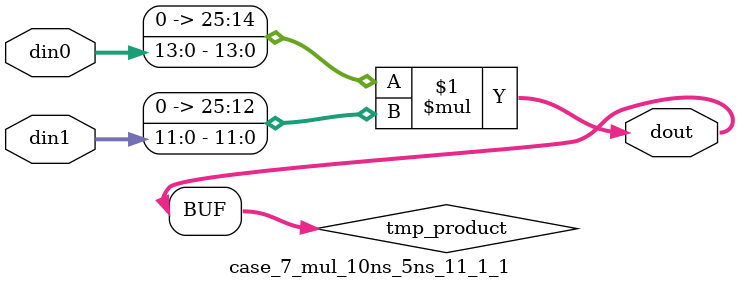
<source format=v>

`timescale 1 ns / 1 ps

 (* use_dsp = "no" *)  module case_7_mul_10ns_5ns_11_1_1(din0, din1, dout);
parameter ID = 1;
parameter NUM_STAGE = 0;
parameter din0_WIDTH = 14;
parameter din1_WIDTH = 12;
parameter dout_WIDTH = 26;

input [din0_WIDTH - 1 : 0] din0; 
input [din1_WIDTH - 1 : 0] din1; 
output [dout_WIDTH - 1 : 0] dout;

wire signed [dout_WIDTH - 1 : 0] tmp_product;
























assign tmp_product = $signed({1'b0, din0}) * $signed({1'b0, din1});











assign dout = tmp_product;





















endmodule

</source>
